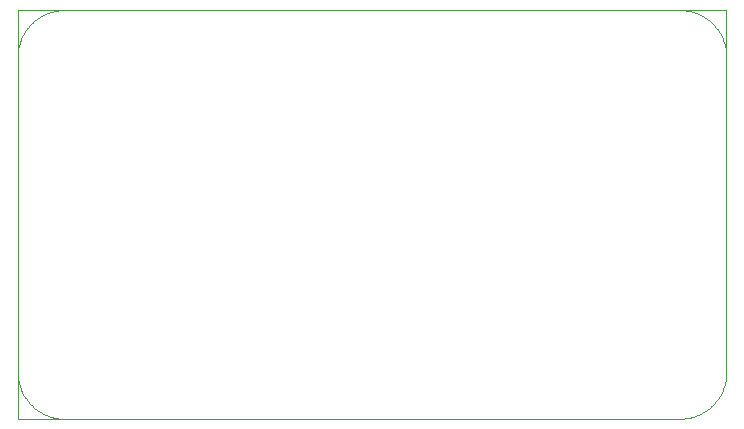
<source format=gbp>
G75*
%MOIN*%
%OFA0B0*%
%FSLAX25Y25*%
%IPPOS*%
%LPD*%
%AMOC8*
5,1,8,0,0,1.08239X$1,22.5*
%
%ADD10C,0.00000*%
D10*
X0006118Y0012146D02*
X0006118Y0026320D01*
X0006118Y0027894D02*
X0006118Y0133406D01*
X0006118Y0148367D01*
X0020291Y0148367D01*
X0021866Y0148367D02*
X0227378Y0148367D01*
X0228165Y0148367D02*
X0242339Y0148367D01*
X0242339Y0134194D01*
X0242339Y0132619D02*
X0242339Y0027107D01*
X0242338Y0027107D02*
X0242319Y0026726D01*
X0242290Y0026345D01*
X0242252Y0025966D01*
X0242205Y0025587D01*
X0242148Y0025210D01*
X0242082Y0024834D01*
X0242007Y0024460D01*
X0241923Y0024087D01*
X0241829Y0023717D01*
X0241727Y0023350D01*
X0241615Y0022985D01*
X0241495Y0022623D01*
X0241366Y0022264D01*
X0241228Y0021908D01*
X0241082Y0021556D01*
X0240926Y0021207D01*
X0240763Y0020862D01*
X0240591Y0020522D01*
X0240410Y0020185D01*
X0240222Y0019854D01*
X0240025Y0019527D01*
X0239821Y0019204D01*
X0239608Y0018887D01*
X0239388Y0018576D01*
X0239160Y0018270D01*
X0238925Y0017969D01*
X0238683Y0017674D01*
X0238433Y0017386D01*
X0238176Y0017103D01*
X0237913Y0016827D01*
X0237643Y0016558D01*
X0237366Y0016295D01*
X0237083Y0016039D01*
X0236794Y0015790D01*
X0236499Y0015548D01*
X0236198Y0015314D01*
X0235891Y0015087D01*
X0235579Y0014867D01*
X0235261Y0014655D01*
X0234939Y0014452D01*
X0234611Y0014256D01*
X0234279Y0014068D01*
X0233942Y0013888D01*
X0233602Y0013717D01*
X0233256Y0013554D01*
X0232907Y0013400D01*
X0232555Y0013254D01*
X0232199Y0013117D01*
X0231839Y0012988D01*
X0231477Y0012869D01*
X0231112Y0012758D01*
X0230744Y0012657D01*
X0230374Y0012564D01*
X0230001Y0012481D01*
X0229627Y0012407D01*
X0229251Y0012342D01*
X0228874Y0012286D01*
X0228495Y0012239D01*
X0228115Y0012202D01*
X0227734Y0012174D01*
X0227353Y0012155D01*
X0226972Y0012146D01*
X0226590Y0012146D01*
X0226591Y0012146D02*
X0021079Y0012146D01*
X0006118Y0012146D01*
X0021079Y0012147D02*
X0020698Y0012166D01*
X0020317Y0012195D01*
X0019938Y0012233D01*
X0019559Y0012280D01*
X0019182Y0012337D01*
X0018806Y0012403D01*
X0018432Y0012478D01*
X0018059Y0012562D01*
X0017689Y0012656D01*
X0017322Y0012758D01*
X0016957Y0012870D01*
X0016595Y0012990D01*
X0016236Y0013119D01*
X0015880Y0013257D01*
X0015528Y0013403D01*
X0015179Y0013559D01*
X0014834Y0013722D01*
X0014494Y0013894D01*
X0014157Y0014075D01*
X0013826Y0014263D01*
X0013499Y0014460D01*
X0013176Y0014664D01*
X0012859Y0014877D01*
X0012548Y0015097D01*
X0012242Y0015325D01*
X0011941Y0015560D01*
X0011646Y0015802D01*
X0011358Y0016052D01*
X0011075Y0016309D01*
X0010799Y0016572D01*
X0010530Y0016842D01*
X0010267Y0017119D01*
X0010011Y0017402D01*
X0009762Y0017691D01*
X0009520Y0017986D01*
X0009286Y0018287D01*
X0009059Y0018594D01*
X0008839Y0018906D01*
X0008627Y0019224D01*
X0008424Y0019546D01*
X0008228Y0019874D01*
X0008040Y0020206D01*
X0007860Y0020543D01*
X0007689Y0020883D01*
X0007526Y0021229D01*
X0007372Y0021578D01*
X0007226Y0021930D01*
X0007089Y0022286D01*
X0006960Y0022646D01*
X0006841Y0023008D01*
X0006730Y0023373D01*
X0006629Y0023741D01*
X0006536Y0024111D01*
X0006453Y0024484D01*
X0006379Y0024858D01*
X0006314Y0025234D01*
X0006258Y0025611D01*
X0006211Y0025990D01*
X0006174Y0026370D01*
X0006146Y0026751D01*
X0006127Y0027132D01*
X0006118Y0027513D01*
X0006118Y0027895D01*
X0006118Y0133406D02*
X0006137Y0133787D01*
X0006166Y0134168D01*
X0006204Y0134547D01*
X0006251Y0134926D01*
X0006308Y0135303D01*
X0006374Y0135679D01*
X0006449Y0136053D01*
X0006533Y0136426D01*
X0006627Y0136796D01*
X0006729Y0137163D01*
X0006841Y0137528D01*
X0006961Y0137890D01*
X0007090Y0138249D01*
X0007228Y0138605D01*
X0007374Y0138957D01*
X0007530Y0139306D01*
X0007693Y0139651D01*
X0007865Y0139991D01*
X0008046Y0140328D01*
X0008234Y0140659D01*
X0008431Y0140986D01*
X0008635Y0141309D01*
X0008848Y0141626D01*
X0009068Y0141937D01*
X0009296Y0142243D01*
X0009531Y0142544D01*
X0009773Y0142839D01*
X0010023Y0143127D01*
X0010280Y0143410D01*
X0010543Y0143686D01*
X0010813Y0143955D01*
X0011090Y0144218D01*
X0011373Y0144474D01*
X0011662Y0144723D01*
X0011957Y0144965D01*
X0012258Y0145199D01*
X0012565Y0145426D01*
X0012877Y0145646D01*
X0013195Y0145858D01*
X0013517Y0146061D01*
X0013845Y0146257D01*
X0014177Y0146445D01*
X0014514Y0146625D01*
X0014854Y0146796D01*
X0015200Y0146959D01*
X0015549Y0147113D01*
X0015901Y0147259D01*
X0016257Y0147396D01*
X0016617Y0147525D01*
X0016979Y0147644D01*
X0017344Y0147755D01*
X0017712Y0147856D01*
X0018082Y0147949D01*
X0018455Y0148032D01*
X0018829Y0148106D01*
X0019205Y0148171D01*
X0019582Y0148227D01*
X0019961Y0148274D01*
X0020341Y0148311D01*
X0020722Y0148339D01*
X0021103Y0148358D01*
X0021484Y0148367D01*
X0021866Y0148367D01*
X0227378Y0148367D02*
X0227759Y0148348D01*
X0228140Y0148319D01*
X0228519Y0148281D01*
X0228898Y0148234D01*
X0229275Y0148177D01*
X0229651Y0148111D01*
X0230025Y0148036D01*
X0230398Y0147952D01*
X0230768Y0147858D01*
X0231135Y0147756D01*
X0231500Y0147644D01*
X0231862Y0147524D01*
X0232221Y0147395D01*
X0232577Y0147257D01*
X0232929Y0147111D01*
X0233278Y0146955D01*
X0233623Y0146792D01*
X0233963Y0146620D01*
X0234300Y0146439D01*
X0234631Y0146251D01*
X0234958Y0146054D01*
X0235281Y0145850D01*
X0235598Y0145637D01*
X0235909Y0145417D01*
X0236215Y0145189D01*
X0236516Y0144954D01*
X0236811Y0144712D01*
X0237099Y0144462D01*
X0237382Y0144205D01*
X0237658Y0143942D01*
X0237927Y0143672D01*
X0238190Y0143395D01*
X0238446Y0143112D01*
X0238695Y0142823D01*
X0238937Y0142528D01*
X0239171Y0142227D01*
X0239398Y0141920D01*
X0239618Y0141608D01*
X0239830Y0141290D01*
X0240033Y0140968D01*
X0240229Y0140640D01*
X0240417Y0140308D01*
X0240597Y0139971D01*
X0240768Y0139631D01*
X0240931Y0139285D01*
X0241085Y0138936D01*
X0241231Y0138584D01*
X0241368Y0138228D01*
X0241497Y0137868D01*
X0241616Y0137506D01*
X0241727Y0137141D01*
X0241828Y0136773D01*
X0241921Y0136403D01*
X0242004Y0136030D01*
X0242078Y0135656D01*
X0242143Y0135280D01*
X0242199Y0134903D01*
X0242246Y0134524D01*
X0242283Y0134144D01*
X0242311Y0133763D01*
X0242330Y0133382D01*
X0242339Y0133001D01*
X0242339Y0132619D01*
M02*

</source>
